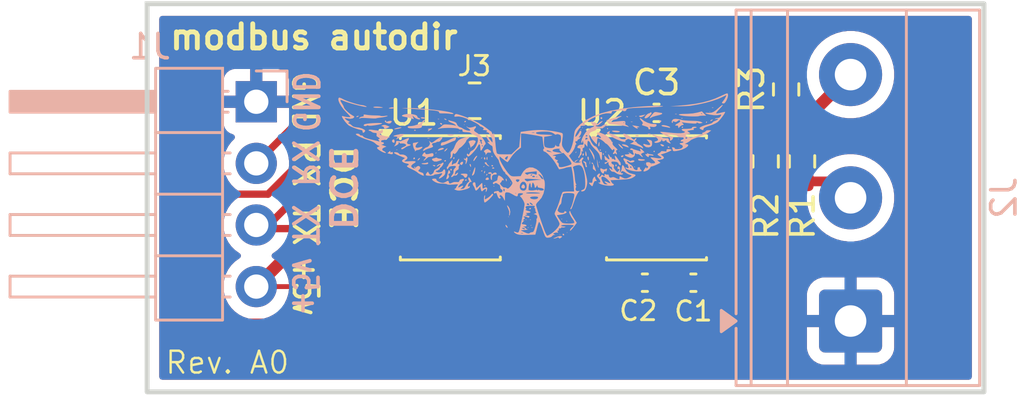
<source format=kicad_pcb>
(kicad_pcb (version 20241229) (generator "pcbnew") (generator_version "9.0")
  (title_block (title "modbus autodir") (rev "A0") (company "MAG Laboratory"))
  (layers (0 "F.Cu" signal) (2 "B.Cu" signal) (13 "F.Paste" user) (15 "B.Paste" user) (5 "F.SilkS" user "F.Silkscreen") (7 "B.SilkS" user "B.Silkscreen") (1 "F.Mask" user) (3 "B.Mask" user) (25 "Edge.Cuts" user))
  (net 0 "")
  (net 1 "GND")
  (net 2 "+5V")
  (net 3 "/DI")
  (net 4 "/RO")
  (net 5 "Net-(J2-Pin_2)")
  (net 6 "Net-(J2-Pin_3)")
  (net 7 "/SWIO")
  (net 8 "/DIR")
  (footprint "Package_SO:SOIC-8_3.9x4.9mm_P1.27mm" (layer "F.Cu") (at 39.5 20.42)
    (property "Reference" "U2" (at -2.25 -3.501 0) (layer "F.SilkS"))
    (property "Value" "ST485E")
    (pad "1" smd roundrect (at -2.475 -1.905) (size 1.95 0.6) (layers "F.Cu" "F.Mask" "F.Paste") (net 4 "/RO"))
    (pad "2" smd roundrect (at -2.475 -0.635) (size 1.95 0.6) (layers "F.Cu" "F.Mask" "F.Paste") (net 8 "/DIR"))
    (pad "3" smd roundrect (at -2.475 0.635) (size 1.95 0.6) (layers "F.Cu" "F.Mask" "F.Paste") (net 8 "/DIR"))
    (pad "4" smd roundrect (at -2.475 1.905) (size 1.95 0.6) (layers "F.Cu" "F.Mask" "F.Paste") (net 3 "/DI"))
    (pad "5" smd roundrect (at 2.475 1.905) (size 1.95 0.6) (layers "F.Cu" "F.Mask" "F.Paste") (net 1 "GND"))
    (pad "6" smd roundrect (at 2.475 0.635) (size 1.95 0.6) (layers "F.Cu" "F.Mask" "F.Paste") (net 5 "Net-(J2-Pin_2)"))
    (pad "7" smd roundrect (at 2.475 -0.635) (size 1.95 0.6) (layers "F.Cu" "F.Mask" "F.Paste") (net 6 "Net-(J2-Pin_3)"))
    (pad "8" smd roundrect (at 2.475 -1.905) (size 1.95 0.6) (layers "F.Cu" "F.Mask" "F.Paste") (net 2 "+5V"))
  )
  (footprint "Resistor_SMD:R_0805_2012Metric" (layer "F.Cu") (at 32 16.42)
    (property "Reference" "J3" (at -0.0084 -1.4332 0) (layer "F.SilkS") (effects (font (size 0.8 0.8) (thickness 0.12))))
    (property "Value" "PROG")
    (pad "1" smd roundrect (at -0.9125 0) (size 1.025 1.4) (layers "F.Cu" "F.Mask" "F.Paste") (roundrect_rratio 0.243902) (net 1 "GND"))
    (pad "2" smd roundrect (at 0.9125 0) (size 1.025 1.4) (layers "F.Cu" "F.Mask" "F.Paste") (roundrect_rratio 0.243902) (net 7 "/SWIO"))
  )
  (footprint "Package_SO:JEITA_SOIC-8_3.9x4.9mm_P1.27mm" (layer "F.Cu") (at 31 20.42)
    (property "Reference" "U1" (at -1.5 -3.501 0) (layer "F.SilkS"))
    (property "Value" "CH32V003JxMx")
    (pad "1" smd roundrect (at -2.65 -1.905) (size 1.5 0.55) (layers "F.Cu" "F.Mask" "F.Paste") (net 3 "/DI"))
    (pad "2" smd roundrect (at -2.65 -0.635) (size 1.5 0.55) (layers "F.Cu" "F.Mask" "F.Paste") (net 1 "GND"))
    (pad "3" smd roundrect (at -2.65 0.635) (size 1.5 0.55) (layers "F.Cu" "F.Mask" "F.Paste"))
    (pad "4" smd roundrect (at -2.65 1.905) (size 1.5 0.55) (layers "F.Cu" "F.Mask" "F.Paste") (net 2 "+5V"))
    (pad "5" smd roundrect (at 2.65 1.905) (size 1.5 0.55) (layers "F.Cu" "F.Mask" "F.Paste"))
    (pad "6" smd roundrect (at 2.65 0.635) (size 1.5 0.55) (layers "F.Cu" "F.Mask" "F.Paste"))
    (pad "7" smd roundrect (at 2.65 -0.635) (size 1.5 0.55) (layers "F.Cu" "F.Mask" "F.Paste") (net 8 "/DIR"))
    (pad "8" smd roundrect (at 2.65 -1.905) (size 1.5 0.55) (layers "F.Cu" "F.Mask" "F.Paste") (net 7 "/SWIO"))
  )
  (footprint "Capacitor_SMD:C_0402_1005Metric" (layer "F.Cu") (at 41.02 23.92)
    (property "Reference" "C1" (at 0 1.176 0) (layer "F.SilkS") (effects (font (size 0.8 0.8) (thickness 0.12))))
    (property "Value" "104")
    (pad "1" smd roundrect (at -0.48 0) (size 0.56 0.62) (layers "F.Cu" "F.Mask" "F.Paste") (net 2 "+5V"))
    (pad "2" smd roundrect (at 0.48 0) (size 0.56 0.62) (layers "F.Cu" "F.Mask" "F.Paste") (net 1 "GND"))
  )
  (footprint "Resistor_SMD:R_0603_1608Metric" (layer "F.Cu") (at 45.5 18.919 90)
    (property "Reference" "R1" (at -2.25 0 90) (layer "F.SilkS"))
    (property "Value" "121")
    (pad "1" smd roundrect (at -0.825 0 90) (size 0.8 0.95) (layers "F.Cu" "F.Mask" "F.Paste") (net 5 "Net-(J2-Pin_2)"))
    (pad "2" smd roundrect (at 0.825 0 90) (size 0.8 0.95) (layers "F.Cu" "F.Mask" "F.Paste") (net 6 "Net-(J2-Pin_3)"))
  )
  (footprint "Resistor_SMD:R_0603_1608Metric" (layer "F.Cu") (at 44.844 15.952 90)
    (property "Reference" "R3" (at 0 -1.43 90) (layer "F.SilkS"))
    (property "Value" "512")
    (pad "1" smd roundrect (at -0.825 0 90) (size 0.8 0.95) (layers "F.Cu" "F.Mask" "F.Paste") (net 6 "Net-(J2-Pin_3)"))
    (pad "2" smd roundrect (at 0.825 0 90) (size 0.8 0.95) (layers "F.Cu" "F.Mask" "F.Paste") (net 1 "GND"))
  )
  (footprint "Capacitor_SMD:C_0402_1005Metric" (layer "F.Cu") (at 39.5 16.919 180)
    (property "Reference" "C3" (at 0 1.25 0) (layer "F.SilkS"))
    (property "Value" "104")
    (pad "1" smd roundrect (at -0.48 0 180) (size 0.56 0.62) (layers "F.Cu" "F.Mask" "F.Paste") (net 2 "+5V"))
    (pad "2" smd roundrect (at 0.48 0 180) (size 0.56 0.62) (layers "F.Cu" "F.Mask" "F.Paste") (net 1 "GND"))
  )
  (footprint "Resistor_SMD:R_0603_1608Metric" (layer "F.Cu") (at 44 18.919 -90)
    (property "Reference" "R2" (at 2.25 0 90) (layer "F.SilkS"))
    (property "Value" "512")
    (pad "1" smd roundrect (at -0.825 0 270) (size 0.8 0.95) (layers "F.Cu" "F.Mask" "F.Paste") (net 2 "+5V"))
    (pad "2" smd roundrect (at 0.825 0 270) (size 0.8 0.95) (layers "F.Cu" "F.Mask" "F.Paste") (net 5 "Net-(J2-Pin_2)"))
  )
  (footprint "Capacitor_SMD:C_0402_1005Metric" (layer "F.Cu") (at 39.02 23.919 180)
    (property "Reference" "C2" (at 0.27 -1.16 0) (layer "F.SilkS") (effects (font (size 0.8 0.8) (thickness 0.12))))
    (property "Value" "104")
    (pad "1" smd roundrect (at -0.48 0 180) (size 0.56 0.62) (layers "F.Cu" "F.Mask" "F.Paste") (net 2 "+5V"))
    (pad "2" smd roundrect (at 0.48 0 180) (size 0.56 0.62) (layers "F.Cu" "F.Mask" "F.Paste") (net 1 "GND"))
  )
  (footprint "MAG_Lab_Logo:MAGLab_Symbol" (layer "B.Cu") (at 34.415004 19.098645 180)
    (property "Reference" "G***")
    (property "Value" "LOGO" (hide yes))
  )
  (footprint "Connector_PinHeader_2.54mm:PinHeader_1x04_P2.54mm_Horizontal" (layer "B.Cu") (at 23 16.46 180)
    (property "Reference" "J1" (at 4.385 2.27 0) (layer "B.SilkS") (effects (justify mirror)))
    (property "Value" "UART")
    (pad "1" thru_hole rect (at 0 0 180) (size 1.7 1.7) (drill 1) (layers "*.Cu" "*.Mask") (net 1 "GND"))
    (pad "2" thru_hole circle (at 0 -2.54 180) (size 1.7 1.7) (drill 1) (layers "*.Cu" "*.Mask") (net 4 "/RO"))
    (pad "3" thru_hole circle (at 0 -5.08 180) (size 1.7 1.7) (drill 1) (layers "*.Cu" "*.Mask") (net 3 "/DI"))
    (pad "4" thru_hole circle (at 0 -7.62 180) (size 1.7 1.7) (drill 1) (layers "*.Cu" "*.Mask") (net 2 "+5V"))
  )
  (footprint "TerminalBlock_Phoenix:TerminalBlock_Phoenix_MKDS-1,5-3-5.08_1x03_P5.08mm_Horizontal" (layer "B.Cu") (at 47.5 25.5 90)
    (property "Reference" "J2" (at 5.08 6.32 90) (layer "B.SilkS") (effects (justify mirror)))
    (property "Value" "MB")
    (pad "1" thru_hole roundrect (at 0 0 90) (size 2.6 2.6) (drill 1.3) (layers "*.Cu" "*.Mask") (roundrect_rratio 0.096154) (net 1 "GND"))
    (pad "2" thru_hole circle (at 5.08 0 90) (size 2.6 2.6) (drill 1.3) (layers "*.Cu" "*.Mask") (net 5 "Net-(J2-Pin_2)"))
    (pad "3" thru_hole circle (at 10.16 0 90) (size 2.6 2.6) (drill 1.3) (layers "*.Cu" "*.Mask") (net 6 "Net-(J2-Pin_3)"))
  )
  (gr_rect (start 18.5 12.42) (end 53 28.42) (stroke (width 0.2)) (fill no) (layer "Edge.Cuts"))
  (gr_text "DCE" (at 26.556 20.016 270) (layer "F.SilkS") (effects (font (size 1 1.2) (thickness 0.2) (bold yes))))
  (gr_text "TX" (at 25.032 21.54 270) (layer "F.SilkS") (effects (font (size 1 1))))
  (gr_text "RX" (at 25.032 19 270) (layer "F.SilkS") (effects (font (size 1 1))))
  (gr_text "+5v" (at 25.032 24.08 270) (layer "F.SilkS") (effects (font (size 1 0.8) (thickness 0.15) (bold yes))))
  (gr_text "GND" (at 25 16.46 270) (layer "F.SilkS") (effects (font (size 1 0.8))))
  (gr_text "Rev. ${REVISION}" (at 19.19 27.7376 0) (layer "F.SilkS") (effects (font (size 0.9 0.9) (thickness 0.1)) (justify left bottom)))
  (gr_text "${TITLE}" (at 19.3424 14.3772 0) (layer "F.SilkS") (effects (font (size 1 1) (thickness 0.2) (bold yes)) (justify left bottom)))
  (gr_text "RX" (at 25 19 270) (layer "B.SilkS") (effects (font (size 1 1)) (justify mirror)))
  (gr_text "+5v" (at 25 24.08 270) (layer "B.SilkS") (effects (font (size 1 0.8) (thickness 0.15) (bold yes)) (justify mirror)))
  (gr_text "DCE" (at 26.556 20.016 270) (layer "B.SilkS") (effects (font (size 1 1.2) (thickness 0.2) (bold yes)) (justify mirror)))
  (gr_text "TX" (at 25 21.54 270) (layer "B.SilkS") (effects (font (size 1 1)) (justify mirror)))
  (gr_text "GND" (at 25.032 16.46 270) (layer "B.SilkS") (effects (font (size 1 0.8)) (justify mirror)))
  (segment (start 23.4835 20.27) (end 20.65 20.27) (width 0.3) (layer "F.Cu") (net 1))
  (segment (start 35.982101 21.69) (end 38.129 21.69) (width 0.25) (layer "F.Cu") (net 1))
  (segment (start 38.51 18.258516) (end 35.170484 14.919) (width 0.2) (layer "F.Cu") (net 1))
  (segment (start 41.975 23.525) (end 41.58 23.92) (width 0.4) (layer "F.Cu") (net 1))
  (segment (start 28.35 19.785) (end 28.985 19.785) (width 0.2) (layer "F.Cu") (net 1))
  (segment (start 44 25.5) (end 40.78 25.5) (width 0.2) (layer "F.Cu") (net 1))
  (segment (start 41.58 23.92) (end 41.5 23.92) (width 0.2) (layer "F.Cu") (net 1))
  (segment (start 41.975 22.325) (end 41.975 23.475) (width 0.4) (layer "F.Cu") (net 1))
  (segment (start 38.54 21.339) (end 38.54 23.919) (width 0.3) (layer "F.Cu") (net 1))
  (segment (start 25.8735 17.88) (end 23.4835 20.27) (width 0.3) (layer "F.Cu") (net 1))
  (segment (start 29.62 20.42) (end 34.712101 20.42) (width 0.3) (layer "F.Cu") (net 1))
  (segment (start 22 25.5) (end 20.5 24) (width 0.2) (layer "F.Cu") (net 1))
  (segment (start 20.5 20.42) (end 20.5 17.419) (width 0.2) (layer "F.Cu") (net 1))
  (segment (start 20.65 20.27) (end 20.627 20.293) (width 0.3) (layer "F.Cu") (net 1))
  (segment (start 21.459 16.46) (end 23 16.46) (width 0.2) (layer "F.Cu") (net 1))
  (segment (start 30.47 25.858) (end 30.112 25.5) (width 0.2) (layer "F.Cu") (net 1))
  (segment (start 44 25.5) (end 47.5 25.5) (width 0.2) (layer "F.Cu") (net 1))
  (segment (start 41.975 23.475) (end 42 23.5) (width 0.2) (layer "F.Cu") (net 1))
  (segment (start 41.975 23.475) (end 41.975 23.525) (width 0.2) (layer "F.Cu") (net 1))
  (segment (start 29.62 18.261) (end 29.239 17.88) (width 0.3) (layer "F.Cu") (net 1))
  (segment (start 23 16.46) (end 31.0475 16.46) (width 0.2) (layer "F.Cu") (net 1))
  (segment (start 20.5 17.419) (end 21.459 16.46) (width 0.2) (layer "F.Cu") (net 1))
  (segment (start 20.627 20.293) (end 20.5 20.42) (width 0.2) (layer "F.Cu") (net 1))
  (segment (start 38.51 21.309) (end 38.54 21.339) (width 0.3) (layer "F.Cu") (net 1))
  (segment (start 30.112 25.5) (end 22 25.5) (width 0.2) (layer "F.Cu") (net 1))
  (segment (start 31.0475 16.46) (end 31.0875 16.42) (width 0.2) (layer "F.Cu") (net 1))
  (segment (start 31.25 14.919) (end 31.0875 15.0815) (width 0.2) (layer "F.Cu") (net 1))
  (segment (start 29.62 19.15) (end 29.62 18.261) (width 0.3) (layer "F.Cu") (net 1))
  (segment (start 31.0875 15.0815) (end 31.0875 16.42) (width 0.2) (layer "F.Cu") (net 1))
  (segment (start 28.985 19.785) (end 29.62 19.15) (width 0.3) (layer "F.Cu") (net 1))
  (segment (start 35.341051 21.048949) (end 35.982101 21.69) (width 0.25) (layer "F.Cu") (net 1))
  (segment (start 38.51 21.309) (end 38.51 18.258516) (width 0.3) (layer "F.Cu") (net 1))
  (segment (start 38.129 21.69) (end 38.51 21.309) (width 0.3) (layer "F.Cu") (net 1))
  (segment (start 20.5 24) (end 20.5 20.42) (width 0.2) (layer "F.Cu") (net 1))
  (segment (start 40.422 25.858) (end 30.47 25.858) (width 0.2) (layer "F.Cu") (net 1))
  (segment (start 29.239 17.88) (end 25.8735 17.88) (width 0.3) (layer "F.Cu") (net 1))
  (segment (start 34.712101 20.42) (end 35.341051 21.048949) (width 0.3) (layer "F.Cu") (net 1))
  (segment (start 42 23.5) (end 44 25.5) (width 0.4) (layer "F.Cu") (net 1))
  (segment (start 40.78 25.5) (end 40.422 25.858) (width 0.2) (layer "F.Cu") (net 1))
  (segment (start 35.170484 14.919) (end 31.25 14.919) (width 0.2) (layer "F.Cu") (net 1))
  (segment (start 28.985 19.785) (end 29.62 20.42) (width 0.2) (layer "F.Cu") (net 1))
  (segment (start 41.975 18.515) (end 41.000001 18.515) (width 0.2) (layer "F.Cu") (net 2))
  (segment (start 43.2608 18.094) (end 44 18.094) (width 0.4) (layer "F.Cu") (net 2))
  (segment (start 40.018 24.842) (end 39.764 25.096) (width 0.4) (layer "F.Cu") (net 2))
  (segment (start 39.98 17.495001) (end 39.98 16.919) (width 0.5) (layer "F.Cu") (net 2))
  (segment (start 42.8398 18.515) (end 43.2608 18.094) (width 0.4) (layer "F.Cu") (net 2))
  (segment (start 40.018 23.92) (end 40.018 24.842) (width 0.6) (layer "F.Cu") (net 2))
  (segment (start 41.975 18.515) (end 42.8398 18.515) (width 0.4) (layer "F.Cu") (net 2))
  (segment (start 32.01 25.096) (end 29.239 22.325) (width 0.2) (layer "F.Cu") (net 2))
  (segment (start 40.02 23.92) (end 40.54 23.92) (width 0.2) (layer "F.Cu") (net 2))
  (segment (start 40.02 19.495001) (end 40.02 23.92) (width 0.7) (layer "F.Cu") (net 2))
  (segment (start 41 18.515001) (end 39.98 17.495001) (width 0.5) (layer "F.Cu") (net 2))
  (segment (start 28.35 22.325) (end 27.461 22.325) (width 0.2) (layer "F.Cu") (net 2))
  (segment (start 41.000001 18.515) (end 41 18.515001) (width 0.2) (layer "F.Cu") (net 2))
  (segment (start 40.54 23.92) (end 40.018 23.92) (width 0.2) (layer "F.Cu") (net 2))
  (segment (start 27.461 22.325) (end 25.706 24.08) (width 0.2) (layer "F.Cu") (net 2))
  (segment (start 25.706 24.08) (end 23 24.08) (width 0.2) (layer "F.Cu") (net 2))
  (segment (start 39.764 25.096) (end 32.01 25.096) (width 0.4) (layer "F.Cu") (net 2))
  (segment (start 29.239 22.325) (end 28.35 22.325) (width 0.2) (layer "F.Cu") (net 2))
  (segment (start 41 18.515001) (end 40.02 19.495001) (width 0.2) (layer "F.Cu") (net 2))
  (segment (start 23.15 21.69) (end 23 21.54) (width 0.2) (layer "F.Cu") (net 3))
  (segment (start 23.508 21.54) (end 26.533 18.515) (width 0.3) (layer "F.Cu") (net 3))
  (segment (start 26.533 18.515) (end 28.35 18.515) (width 0.3) (layer "F.Cu") (net 3))
  (segment (start 35.0575 21.69) (end 23.15 21.69) (width 0.3) (layer "F.Cu") (net 3))
  (segment (start 23 21.54) (end 23.508 21.54) (width 0.3) (layer "F.Cu") (net 3))
  (segment (start 37.025 22.325) (end 35.6925 22.325) (width 0.3) (layer "F.Cu") (net 3))
  (segment (start 35.6925 22.325) (end 35.0575 21.69) (width 0.3) (layer "F.Cu") (net 3))
  (segment (start 23 19) (end 24.755 17.245) (width 0.3) (layer "F.Cu") (net 4))
  (segment (start 31.525 19.15) (end 35.545 19.15) (width 0.3) (layer "F.Cu") (net 4))
  (segment (start 35.545 19.15) (end 36.18 18.515) (width 0.3) (layer "F.Cu") (net 4))
  (segment (start 24.755 17.245) (end 29.62 17.245) (width 0.3) (layer "F.Cu") (net 4))
  (segment (start 29.62 17.245) (end 31.525 19.15) (width 0.3) (layer "F.Cu") (net 4))
  (segment (start 36.18 18.515) (end 37.025 18.515) (width 0.2) (layer "F.Cu") (net 4))
  (segment (start 23.091 19.091) (end 23 19) (width 0.2) (layer "F.Cu") (net 4))
  (segment (start 44 19.744) (end 45.5 19.744) (width 0.4) (layer "F.Cu") (net 5))
  (segment (start 41.975 21.055) (end 43.19 21.055) (width 0.5) (layer "F.Cu") (net 5))
  (segment (start 46.824 19.744) (end 47.5 20.42) (width 0.2) (layer "F.Cu") (net 5))
  (segment (start 44 20.245) (end 44 19.744) (width 0.5) (layer "F.Cu") (net 5))
  (segment (start 45.5 19.744) (end 46.824 19.744) (width 0.4) (layer "F.Cu") (net 5))
  (segment (start 43.19 21.055) (end 44 20.245) (width 0.5) (layer "F.Cu") (net 5))
  (segment (start 45.407 17.34) (end 44.844 16.777) (width 0.5) (layer "F.Cu") (net 6))
  (segment (start 45.5 17.34) (end 47.5 15.34) (width 0.5) (layer "F.Cu") (net 6))
  (segment (start 44.675 18.919) (end 45.5 18.094) (width 0.4) (layer "F.Cu") (net 6))
  (segment (start 43.401 18.919) (end 44.675 18.919) (width 0.39) (layer "F.Cu") (net 6))
  (segment (start 42.451968 19.785) (end 42.535 19.785) (width 0.39) (layer "F.Cu") (net 6))
  (segment (start 45.5 17.34) (end 45.407 17.34) (width 0.5) (layer "F.Cu") (net 6))
  (segment (start 42.535 19.785) (end 43.401 18.919) (width 0.39) (layer "F.Cu") (net 6))
  (segment (start 45.5 18.094) (end 45.5 17.34) (width 0.5) (layer "F.Cu") (net 6))
  (segment (start 41.975 19.785) (end 42.81 19.785) (width 0.2) (layer "F.Cu") (net 6))
  (segment (start 41.975 19.785) (end 42.451968 19.785) (width 0.2) (layer "F.Cu") (net 6))
  (segment (start 32.9125 17.7775) (end 32.9125 16.42) (width 0.5) (layer "F.Cu") (net 7))
  (segment (start 33.65 18.515) (end 32.9125 17.7775) (width 0.5) (layer "F.Cu") (net 7))
  (segment (start 37.025 19.785) (end 33.65 19.785) (width 0.3) (layer "F.Cu") (net 8))
  (segment (start 37.025 19.785) (end 37.025 21.055) (width 0.5) (layer "F.Cu") (net 8))
  (zone (net 2) (net_name "+5V") (layer "F.Cu") (priority 1) (connect_pads (clearance 0.5)) (min_thickness 0.25) (fill yes (thermal_gap 0.5) (thermal_bridge_width 0.5))
    (polygon (pts (xy 40.5 25.419) (xy 40.78 25.096) (xy 40.78 23.064) (xy 40.526 22.81) (xy 40.5 19.419) (xy 41 18.969) (xy 41 18.419) (xy 39.5 17.419) (xy 39.5 21.919) (xy 23 21.919) (xy 23 25.419)))
  )
  (zone (net 1) (net_name "GND") (layer "F.Cu") (connect_pads (clearance 0.5)) (min_thickness 0.25) (fill yes (thermal_gap 0.5) (thermal_bridge_width 0.5))
    (polygon (pts (xy 18.5 12.419) (xy 53 12.419) (xy 53 28.419) (xy 18.5 28.419)))
  )
  (zone (net 1) (net_name "GND") (layer "B.Cu") (priority 2) (connect_pads (clearance 0.5)) (min_thickness 0.25) (fill yes (thermal_gap 0.5) (thermal_bridge_width 0.5))
    (polygon (pts (xy 18.5 28.42) (xy 18.5 12.42) (xy 53 12.42) (xy 53 28.42)))
  )
)
</source>
